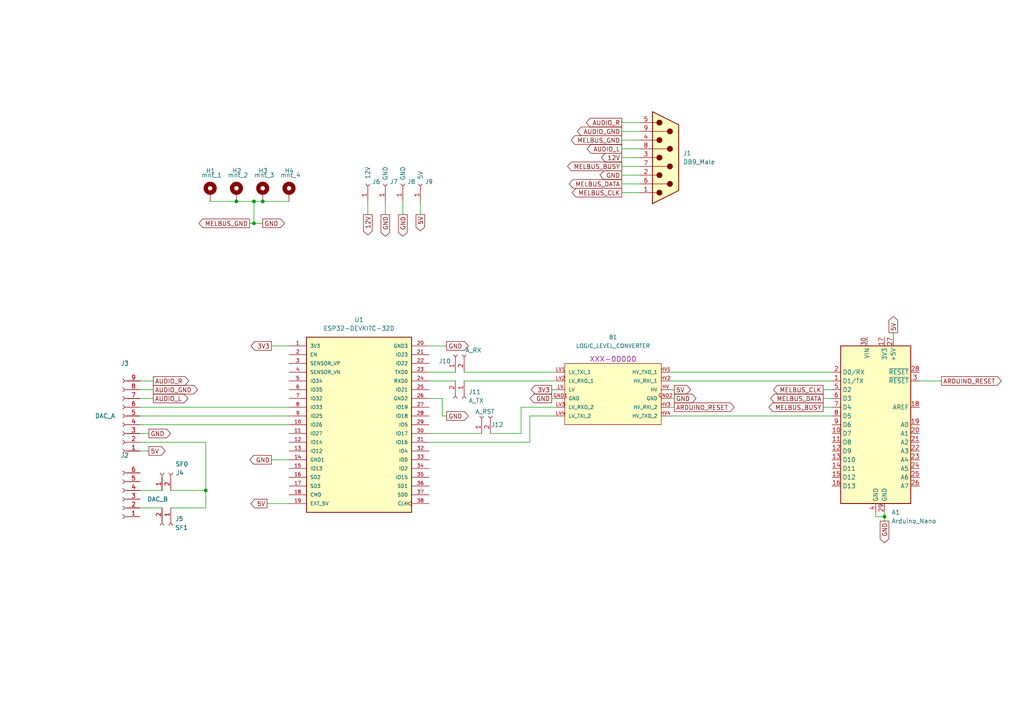
<source format=kicad_sch>
(kicad_sch (version 20211123) (generator eeschema)
  (paper "A4")
  (title_block (title "Prototype Volvo MELBUS compatible bluetooth receiver"))
  (lib_symbols
    (symbol "Connector:Conn_01x01_Female" (pin_names (offset 1.016) hide)
      (property "Reference" "J" (at 0 2.54 0))
      (property "Value" "Conn_01x01_Female" (at 0 -2.54 0))
      (symbol "Conn_01x01_Female_1_1"
        (polyline (pts (xy -1.27 0) (xy -0.508 0)) (stroke (width 0.1524)))
        (arc (start 0 0.508) (mid -0.508 0) (end 0 -0.508) (stroke (width 0.1524)))
        (pin passive line (at -5.08 0 0) (length 3.81) (name "Pin_1") (number "1"))
      )
    )
    (symbol "Connector:Conn_01x02_Female" (pin_names (offset 1.016) hide)
      (property "Reference" "J" (at 0 2.54 0))
      (property "Value" "Conn_01x02_Female" (at 0 -5.08 0))
      (symbol "Conn_01x02_Female_1_1"
        (arc (start 0 -2.032) (mid -0.508 -2.54) (end 0 -3.048) (stroke (width 0.1524)))
        (polyline (pts (xy -1.27 -2.54) (xy -0.508 -2.54)) (stroke (width 0.1524)))
        (polyline (pts (xy -1.27 0) (xy -0.508 0)) (stroke (width 0.1524)))
        (arc (start 0 0.508) (mid -0.508 0) (end 0 -0.508) (stroke (width 0.1524)))
        (pin passive line (at -5.08 0 0) (length 3.81) (name "Pin_1") (number "1"))
        (pin passive line (at -5.08 -2.54 0) (length 3.81) (name "Pin_2") (number "2"))
      )
    )
    (symbol "Connector:Conn_01x06_Female" (pin_names (offset 1.016) hide)
      (property "Reference" "J" (at 0 7.62 0))
      (property "Value" "Conn_01x06_Female" (at 0 -10.16 0))
      (symbol "Conn_01x06_Female_1_1"
        (arc (start 0 -7.112) (mid -0.508 -7.62) (end 0 -8.128) (stroke (width 0.1524)))
        (arc (start 0 -4.572) (mid -0.508 -5.08) (end 0 -5.588) (stroke (width 0.1524)))
        (arc (start 0 -2.032) (mid -0.508 -2.54) (end 0 -3.048) (stroke (width 0.1524)))
        (polyline (pts (xy -1.27 -7.62) (xy -0.508 -7.62)) (stroke (width 0.1524)))
        (polyline (pts (xy -1.27 -5.08) (xy -0.508 -5.08)) (stroke (width 0.1524)))
        (polyline (pts (xy -1.27 -2.54) (xy -0.508 -2.54)) (stroke (width 0.1524)))
        (polyline (pts (xy -1.27 0) (xy -0.508 0)) (stroke (width 0.1524)))
        (polyline (pts (xy -1.27 2.54) (xy -0.508 2.54)) (stroke (width 0.1524)))
        (polyline (pts (xy -1.27 5.08) (xy -0.508 5.08)) (stroke (width 0.1524)))
        (arc (start 0 0.508) (mid -0.508 0) (end 0 -0.508) (stroke (width 0.1524)))
        (arc (start 0 3.048) (mid -0.508 2.54) (end 0 2.032) (stroke (width 0.1524)))
        (arc (start 0 5.588) (mid -0.508 5.08) (end 0 4.572) (stroke (width 0.1524)))
        (pin passive line (at -5.08 5.08 0) (length 3.81) (name "Pin_1") (number "1"))
        (pin passive line (at -5.08 2.54 0) (length 3.81) (name "Pin_2") (number "2"))
        (pin passive line (at -5.08 0 0) (length 3.81) (name "Pin_3") (number "3"))
        (pin passive line (at -5.08 -2.54 0) (length 3.81) (name "Pin_4") (number "4"))
        (pin passive line (at -5.08 -5.08 0) (length 3.81) (name "Pin_5") (number "5"))
        (pin passive line (at -5.08 -7.62 0) (length 3.81) (name "Pin_6") (number "6"))
      )
    )
    (symbol "Connector:Conn_01x09_Female" (pin_names (offset 1.016) hide)
      (property "Reference" "J" (at 0 12.7 0))
      (property "Value" "Conn_01x09_Female" (at 0 -12.7 0))
      (symbol "Conn_01x09_Female_1_1"
        (arc (start 0 -9.652) (mid -0.508 -10.16) (end 0 -10.668) (stroke (width 0.1524)))
        (arc (start 0 -7.112) (mid -0.508 -7.62) (end 0 -8.128) (stroke (width 0.1524)))
        (arc (start 0 -4.572) (mid -0.508 -5.08) (end 0 -5.588) (stroke (width 0.1524)))
        (arc (start 0 -2.032) (mid -0.508 -2.54) (end 0 -3.048) (stroke (width 0.1524)))
        (polyline (pts (xy -1.27 -10.16) (xy -0.508 -10.16)) (stroke (width 0.1524)))
        (polyline (pts (xy -1.27 -7.62) (xy -0.508 -7.62)) (stroke (width 0.1524)))
        (polyline (pts (xy -1.27 -5.08) (xy -0.508 -5.08)) (stroke (width 0.1524)))
        (polyline (pts (xy -1.27 -2.54) (xy -0.508 -2.54)) (stroke (width 0.1524)))
        (polyline (pts (xy -1.27 0) (xy -0.508 0)) (stroke (width 0.1524)))
        (polyline (pts (xy -1.27 2.54) (xy -0.508 2.54)) (stroke (width 0.1524)))
        (polyline (pts (xy -1.27 5.08) (xy -0.508 5.08)) (stroke (width 0.1524)))
        (polyline (pts (xy -1.27 7.62) (xy -0.508 7.62)) (stroke (width 0.1524)))
        (polyline (pts (xy -1.27 10.16) (xy -0.508 10.16)) (stroke (width 0.1524)))
        (arc (start 0 0.508) (mid -0.508 0) (end 0 -0.508) (stroke (width 0.1524)))
        (arc (start 0 3.048) (mid -0.508 2.54) (end 0 2.032) (stroke (width 0.1524)))
        (arc (start 0 5.588) (mid -0.508 5.08) (end 0 4.572) (stroke (width 0.1524)))
        (arc (start 0 8.128) (mid -0.508 7.62) (end 0 7.112) (stroke (width 0.1524)))
        (arc (start 0 10.668) (mid -0.508 10.16) (end 0 9.652) (stroke (width 0.1524)))
        (pin passive line (at -5.08 10.16 0) (length 3.81) (name "Pin_1") (number "1"))
        (pin passive line (at -5.08 7.62 0) (length 3.81) (name "Pin_2") (number "2"))
        (pin passive line (at -5.08 5.08 0) (length 3.81) (name "Pin_3") (number "3"))
        (pin passive line (at -5.08 2.54 0) (length 3.81) (name "Pin_4") (number "4"))
        (pin passive line (at -5.08 0 0) (length 3.81) (name "Pin_5") (number "5"))
        (pin passive line (at -5.08 -2.54 0) (length 3.81) (name "Pin_6") (number "6"))
        (pin passive line (at -5.08 -5.08 0) (length 3.81) (name "Pin_7") (number "7"))
        (pin passive line (at -5.08 -7.62 0) (length 3.81) (name "Pin_8") (number "8"))
        (pin passive line (at -5.08 -10.16 0) (length 3.81) (name "Pin_9") (number "9"))
      )
    )
    (symbol "Connector:DB9_Male" (pin_names (offset 1.016) hide)
      (property "Reference" "J" (at 0 13.97 0))
      (property "Value" "DB9_Male" (at 0 -14.605 0))
      (symbol "DB9_Male_0_1"
        (circle (center -1.778 -10.16) (radius 0.762) (fill (type outline)))
        (circle (center -1.778 -5.08) (radius 0.762) (fill (type outline)))
        (circle (center -1.778 0) (radius 0.762) (fill (type outline)))
        (circle (center -1.778 5.08) (radius 0.762) (fill (type outline)))
        (circle (center -1.778 10.16) (radius 0.762) (fill (type outline)))
        (polyline (pts (xy -3.81 -10.16) (xy -2.54 -10.16)))
        (polyline (pts (xy -3.81 -7.62) (xy 0.508 -7.62)))
        (polyline (pts (xy -3.81 -5.08) (xy -2.54 -5.08)))
        (polyline (pts (xy -3.81 -2.54) (xy 0.508 -2.54)))
        (polyline (pts (xy -3.81 0) (xy -2.54 0)))
        (polyline (pts (xy -3.81 2.54) (xy 0.508 2.54)))
        (polyline (pts (xy -3.81 5.08) (xy -2.54 5.08)))
        (polyline (pts (xy -3.81 7.62) (xy 0.508 7.62)))
        (polyline (pts (xy -3.81 10.16) (xy -2.54 10.16)))
        (polyline (pts (xy -3.81 -13.335) (xy -3.81 13.335) (xy 3.81 9.525) (xy 3.81 -9.525) (xy -3.81 -13.335)) (stroke (width 0.254)) (fill (type background)))
        (circle (center 1.27 -7.62) (radius 0.762) (fill (type outline)))
        (circle (center 1.27 -2.54) (radius 0.762) (fill (type outline)))
        (circle (center 1.27 2.54) (radius 0.762) (fill (type outline)))
        (circle (center 1.27 7.62) (radius 0.762) (fill (type outline)))
      )
      (symbol "DB9_Male_1_1"
        (pin passive line (at -7.62 -10.16 0) (length 3.81) (name "1") (number "1"))
        (pin passive line (at -7.62 -5.08 0) (length 3.81) (name "2") (number "2"))
        (pin passive line (at -7.62 0 0) (length 3.81) (name "3") (number "3"))
        (pin passive line (at -7.62 5.08 0) (length 3.81) (name "4") (number "4"))
        (pin passive line (at -7.62 10.16 0) (length 3.81) (name "5") (number "5"))
        (pin passive line (at -7.62 -7.62 0) (length 3.81) (name "6") (number "6"))
        (pin passive line (at -7.62 -2.54 0) (length 3.81) (name "7") (number "7"))
        (pin passive line (at -7.62 2.54 0) (length 3.81) (name "8") (number "8"))
        (pin passive line (at -7.62 7.62 0) (length 3.81) (name "9") (number "9"))
      )
    )
    (symbol "ESP32-DEVKITC-32D:ESP32-DEVKITC-32D" (pin_names (offset 1.016))
      (property "Reference" "U" (at -15.2654 26.0604 0))
      (property "Value" "ESP32-DEVKITC-32D" (at -15.2654 -27.9654 0))
      (symbol "ESP32-DEVKITC-32D_0_0"
        (rectangle (start -15.24 -25.4) (end 15.24 25.4) (stroke (width 0.254)) (fill (type background)))
        (pin power_in line (at -20.32 22.86 0) (length 5.08) (name "3V3") (number "1"))
        (pin bidirectional line (at -20.32 0 0) (length 5.08) (name "IO26") (number "10"))
        (pin bidirectional line (at -20.32 -2.54 0) (length 5.08) (name "IO27") (number "11"))
        (pin bidirectional line (at -20.32 -5.08 0) (length 5.08) (name "IO14") (number "12"))
        (pin bidirectional line (at -20.32 -7.62 0) (length 5.08) (name "IO12") (number "13"))
        (pin power_in line (at -20.32 -10.16 0) (length 5.08) (name "GND1") (number "14"))
        (pin bidirectional line (at -20.32 -12.7 0) (length 5.08) (name "IO13") (number "15"))
        (pin bidirectional line (at -20.32 -15.24 0) (length 5.08) (name "SD2") (number "16"))
        (pin bidirectional line (at -20.32 -17.78 0) (length 5.08) (name "SD3") (number "17"))
        (pin bidirectional line (at -20.32 -20.32 0) (length 5.08) (name "CMD") (number "18"))
        (pin power_in line (at -20.32 -22.86 0) (length 5.08) (name "EXT_5V") (number "19"))
        (pin input line (at -20.32 20.32 0) (length 5.08) (name "EN") (number "2"))
        (pin power_in line (at 20.32 22.86 180) (length 5.08) (name "GND3") (number "20"))
        (pin bidirectional line (at 20.32 20.32 180) (length 5.08) (name "IO23") (number "21"))
        (pin bidirectional line (at 20.32 17.78 180) (length 5.08) (name "IO22") (number "22"))
        (pin output line (at 20.32 15.24 180) (length 5.08) (name "TXD0") (number "23"))
        (pin input line (at 20.32 12.7 180) (length 5.08) (name "RXD0") (number "24"))
        (pin bidirectional line (at 20.32 10.16 180) (length 5.08) (name "IO21") (number "25"))
        (pin power_in line (at 20.32 7.62 180) (length 5.08) (name "GND2") (number "26"))
        (pin bidirectional line (at 20.32 5.08 180) (length 5.08) (name "IO19") (number "27"))
        (pin bidirectional line (at 20.32 2.54 180) (length 5.08) (name "IO18") (number "28"))
        (pin bidirectional line (at 20.32 0 180) (length 5.08) (name "IO5") (number "29"))
        (pin input line (at -20.32 17.78 0) (length 5.08) (name "SENSOR_VP") (number "3"))
        (pin bidirectional line (at 20.32 -2.54 180) (length 5.08) (name "IO17") (number "30"))
        (pin bidirectional line (at 20.32 -5.08 180) (length 5.08) (name "IO16") (number "31"))
        (pin bidirectional line (at 20.32 -7.62 180) (length 5.08) (name "IO4") (number "32"))
        (pin bidirectional line (at 20.32 -10.16 180) (length 5.08) (name "IO0") (number "33"))
        (pin bidirectional line (at 20.32 -12.7 180) (length 5.08) (name "IO2") (number "34"))
        (pin bidirectional line (at 20.32 -15.24 180) (length 5.08) (name "IO15") (number "35"))
        (pin bidirectional line (at 20.32 -17.78 180) (length 5.08) (name "SD1") (number "36"))
        (pin bidirectional line (at 20.32 -20.32 180) (length 5.08) (name "SD0") (number "37"))
        (pin input clock (at 20.32 -22.86 180) (length 5.08) (name "CLK") (number "38"))
        (pin input line (at -20.32 15.24 0) (length 5.08) (name "SENSOR_VN") (number "4"))
        (pin bidirectional line (at -20.32 12.7 0) (length 5.08) (name "IO34") (number "5"))
        (pin bidirectional line (at -20.32 10.16 0) (length 5.08) (name "IO35") (number "6"))
        (pin bidirectional line (at -20.32 7.62 0) (length 5.08) (name "IO32") (number "7"))
        (pin bidirectional line (at -20.32 5.08 0) (length 5.08) (name "IO33") (number "8"))
        (pin bidirectional line (at -20.32 2.54 0) (length 5.08) (name "IO25") (number "9"))
      )
    )
    (symbol "MCU_Module:Arduino_Nano_v3.x"
      (property "Reference" "A" (at -10.16 23.495 0))
      (property "Value" "Arduino_Nano_v3.x" (at 5.08 -24.13 0))
      (symbol "Arduino_Nano_v3.x_0_1"
        (rectangle (start -10.16 22.86) (end 10.16 -22.86) (stroke (width 0.254)) (fill (type background)))
      )
      (symbol "Arduino_Nano_v3.x_1_1"
        (pin bidirectional line (at -12.7 12.7 0) (length 2.54) (name "D1/TX") (number "1"))
        (pin bidirectional line (at -12.7 -2.54 0) (length 2.54) (name "D7") (number "10"))
        (pin bidirectional line (at -12.7 -5.08 0) (length 2.54) (name "D8") (number "11"))
        (pin bidirectional line (at -12.7 -7.62 0) (length 2.54) (name "D9") (number "12"))
        (pin bidirectional line (at -12.7 -10.16 0) (length 2.54) (name "D10") (number "13"))
        (pin bidirectional line (at -12.7 -12.7 0) (length 2.54) (name "D11") (number "14"))
        (pin bidirectional line (at -12.7 -15.24 0) (length 2.54) (name "D12") (number "15"))
        (pin bidirectional line (at -12.7 -17.78 0) (length 2.54) (name "D13") (number "16"))
        (pin power_out line (at 2.54 25.4 270) (length 2.54) (name "3V3") (number "17"))
        (pin input line (at 12.7 5.08 180) (length 2.54) (name "AREF") (number "18"))
        (pin bidirectional line (at 12.7 0 180) (length 2.54) (name "A0") (number "19"))
        (pin bidirectional line (at -12.7 15.24 0) (length 2.54) (name "D0/RX") (number "2"))
        (pin bidirectional line (at 12.7 -2.54 180) (length 2.54) (name "A1") (number "20"))
        (pin bidirectional line (at 12.7 -5.08 180) (length 2.54) (name "A2") (number "21"))
        (pin bidirectional line (at 12.7 -7.62 180) (length 2.54) (name "A3") (number "22"))
        (pin bidirectional line (at 12.7 -10.16 180) (length 2.54) (name "A4") (number "23"))
        (pin bidirectional line (at 12.7 -12.7 180) (length 2.54) (name "A5") (number "24"))
        (pin bidirectional line (at 12.7 -15.24 180) (length 2.54) (name "A6") (number "25"))
        (pin bidirectional line (at 12.7 -17.78 180) (length 2.54) (name "A7") (number "26"))
        (pin power_out line (at 5.08 25.4 270) (length 2.54) (name "+5V") (number "27"))
        (pin input line (at 12.7 15.24 180) (length 2.54) (name "~{RESET}") (number "28"))
        (pin power_in line (at 2.54 -25.4 90) (length 2.54) (name "GND") (number "29"))
        (pin input line (at 12.7 12.7 180) (length 2.54) (name "~{RESET}") (number "3"))
        (pin power_in line (at -2.54 25.4 270) (length 2.54) (name "VIN") (number "30"))
        (pin power_in line (at 0 -25.4 90) (length 2.54) (name "GND") (number "4"))
        (pin bidirectional line (at -12.7 10.16 0) (length 2.54) (name "D2") (number "5"))
        (pin bidirectional line (at -12.7 7.62 0) (length 2.54) (name "D3") (number "6"))
        (pin bidirectional line (at -12.7 5.08 0) (length 2.54) (name "D4") (number "7"))
        (pin bidirectional line (at -12.7 2.54 0) (length 2.54) (name "D5") (number "8"))
        (pin bidirectional line (at -12.7 0 0) (length 2.54) (name "D6") (number "9"))
      )
    )
    (symbol "Mechanical:MountingHole_Pad" (pin_numbers hide) (pin_names (offset 1.016) hide)
      (property "Reference" "H" (at 0 6.35 0))
      (property "Value" "MountingHole_Pad" (at 0 4.445 0))
      (symbol "MountingHole_Pad_0_1"
        (circle (center 0 1.27) (radius 1.27) (stroke (width 1.27)))
      )
      (symbol "MountingHole_Pad_1_1"
        (pin input line (at 0 -2.54 90) (length 2.54) (name "1") (number "1"))
      )
    )
    (symbol "SparkFun-Boards:SPARKFUN_LOGIC_LEVEL_CONVERTER" (pin_names (offset 1.016))
      (property "Reference" "B" (at -13.97 11.43 0))
      (property "Value" "SPARKFUN_LOGIC_LEVEL_CONVERTER" (at -13.97 -10.16 0))
      (property "Field4" "XXX-00000" (at 0 12.7 0))
      (symbol "SPARKFUN_LOGIC_LEVEL_CONVERTER_1_1"
        (polyline (pts (xy -13.97 -7.62) (xy -13.97 10.16) (xy 13.97 10.16) (xy 13.97 -7.62) (xy -13.97 -7.62)) (fill (type background)))
        (pin power_in line (at -16.51 0 0) (length 2.54) (name "GND") (number "GND1"))
        (pin power_in line (at 16.51 0 180) (length 2.54) (name "GND") (number "GND2"))
        (pin power_in line (at 16.51 2.54 180) (length 2.54) (name "HV") (number "HV"))
        (pin bidirectional line (at 16.51 7.62 180) (length 2.54) (name "HV_TXO_1") (number "HV1"))
        (pin bidirectional line (at 16.51 5.08 180) (length 2.54) (name "HV_RXI_1") (number "HV2"))
        (pin bidirectional line (at 16.51 -2.54 180) (length 2.54) (name "HV_RXI_2") (number "HV3"))
        (pin bidirectional line (at 16.51 -5.08 180) (length 2.54) (name "HV_TXO_2") (number "HV4"))
        (pin power_in line (at -16.51 2.54 0) (length 2.54) (name "LV") (number "LV"))
        (pin bidirectional line (at -16.51 7.62 0) (length 2.54) (name "LV_TXI_1") (number "LV1"))
        (pin bidirectional line (at -16.51 5.08 0) (length 2.54) (name "LV_RXO_1") (number "LV2"))
        (pin bidirectional line (at -16.51 -2.54 0) (length 2.54) (name "LV_RXO_2") (number "LV3"))
        (pin bidirectional line (at -16.51 -5.08 0) (length 2.54) (name "LV_TXI_2") (number "LV4"))
      )
    )
  )
  (junction (at 73.66 64.77))
  (junction (at 256.54 149.86))
  (junction (at 59.69 142.24))
  (junction (at 68.58 58.42))
  (junction (at 73.66 58.42))
  (junction (at 76.2 58.42))
  (wire (pts (xy 194.31 113.03) (xy 195.58 113.03)))
  (wire (pts (xy 153.67 120.65) (xy 161.29 120.65)))
  (wire (pts (xy 180.34 38.1) (xy 185.42 38.1)))
  (wire (pts (xy 111.76 58.42) (xy 111.76 62.23)))
  (wire (pts (xy 180.34 50.8) (xy 185.42 50.8)))
  (wire (pts (xy 134.62 110.49) (xy 161.29 110.49)))
  (wire (pts (xy 59.69 128.27) (xy 40.64 128.27)))
  (wire (pts (xy 180.34 53.34) (xy 185.42 53.34)))
  (wire (pts (xy 238.76 113.03) (xy 241.3 113.03)))
  (wire (pts (xy 124.46 125.73) (xy 139.7 125.73)))
  (wire (pts (xy 60.96 58.42) (xy 68.58 58.42)))
  (wire (pts (xy 180.34 43.18) (xy 185.42 43.18)))
  (wire (pts (xy 180.34 55.88) (xy 185.42 55.88)))
  (wire (pts (xy 254 149.86) (xy 254 148.59)))
  (wire (pts (xy 40.64 110.49) (xy 44.45 110.49)))
  (wire (pts (xy 194.31 120.65) (xy 241.3 120.65)))
  (wire (pts (xy 106.68 58.42) (xy 106.68 62.23)))
  (wire (pts (xy 73.66 58.42) (xy 73.66 64.77)))
  (wire (pts (xy 256.54 148.59) (xy 256.54 149.86)))
  (wire (pts (xy 40.64 118.11) (xy 83.82 118.11)))
  (wire (pts (xy 59.69 142.24) (xy 59.69 128.27)))
  (wire (pts (xy 40.64 142.24) (xy 46.99 142.24)))
  (wire (pts (xy 73.66 58.42) (xy 76.2 58.42)))
  (wire (pts (xy 194.31 107.95) (xy 241.3 107.95)))
  (wire (pts (xy 73.66 64.77) (xy 76.2 64.77)))
  (wire (pts (xy 77.47 146.05) (xy 83.82 146.05)))
  (wire (pts (xy 40.64 113.03) (xy 44.45 113.03)))
  (wire (pts (xy 128.27 120.65) (xy 128.27 115.57)))
  (wire (pts (xy 76.2 58.42) (xy 83.82 58.42)))
  (wire (pts (xy 180.34 45.72) (xy 185.42 45.72)))
  (wire (pts (xy 40.64 130.81) (xy 43.18 130.81)))
  (wire (pts (xy 49.53 147.32) (xy 59.69 147.32)))
  (wire (pts (xy 160.02 115.57) (xy 161.29 115.57)))
  (wire (pts (xy 124.46 107.95) (xy 132.08 107.95)))
  (wire (pts (xy 128.27 115.57) (xy 124.46 115.57)))
  (wire (pts (xy 256.54 149.86) (xy 256.54 151.13)))
  (wire (pts (xy 238.76 118.11) (xy 241.3 118.11)))
  (wire (pts (xy 68.58 58.42) (xy 73.66 58.42)))
  (wire (pts (xy 256.54 149.86) (xy 254 149.86)))
  (wire (pts (xy 180.34 35.56) (xy 185.42 35.56)))
  (wire (pts (xy 238.76 115.57) (xy 241.3 115.57)))
  (wire (pts (xy 78.74 133.35) (xy 83.82 133.35)))
  (wire (pts (xy 142.24 125.73) (xy 151.13 125.73)))
  (wire (pts (xy 40.64 125.73) (xy 43.18 125.73)))
  (wire (pts (xy 40.64 123.19) (xy 83.82 123.19)))
  (wire (pts (xy 59.69 147.32) (xy 59.69 142.24)))
  (wire (pts (xy 134.62 107.95) (xy 161.29 107.95)))
  (wire (pts (xy 78.74 100.33) (xy 83.82 100.33)))
  (wire (pts (xy 180.34 48.26) (xy 185.42 48.26)))
  (wire (pts (xy 116.84 58.42) (xy 116.84 62.23)))
  (wire (pts (xy 49.53 142.24) (xy 59.69 142.24)))
  (wire (pts (xy 40.64 147.32) (xy 46.99 147.32)))
  (wire (pts (xy 124.46 128.27) (xy 153.67 128.27)))
  (wire (pts (xy 121.92 58.42) (xy 121.92 62.23)))
  (wire (pts (xy 160.02 113.03) (xy 161.29 113.03)))
  (wire (pts (xy 129.54 120.65) (xy 128.27 120.65)))
  (wire (pts (xy 72.39 64.77) (xy 73.66 64.77)))
  (wire (pts (xy 151.13 125.73) (xy 151.13 118.11)))
  (wire (pts (xy 259.08 96.52) (xy 259.08 97.79)))
  (wire (pts (xy 40.64 120.65) (xy 83.82 120.65)))
  (wire (pts (xy 124.46 100.33) (xy 129.54 100.33)))
  (wire (pts (xy 153.67 128.27) (xy 153.67 120.65)))
  (wire (pts (xy 194.31 118.11) (xy 195.58 118.11)))
  (wire (pts (xy 180.34 40.64) (xy 185.42 40.64)))
  (wire (pts (xy 194.31 115.57) (xy 195.58 115.57)))
  (wire (pts (xy 266.7 110.49) (xy 273.05 110.49)))
  (wire (pts (xy 124.46 110.49) (xy 132.08 110.49)))
  (wire (pts (xy 194.31 110.49) (xy 241.3 110.49)))
  (wire (pts (xy 40.64 115.57) (xy 44.45 115.57)))
  (wire (pts (xy 151.13 118.11) (xy 161.29 118.11)))
  (global_label "3V3" (shape output) (at 160.02 113.03 180) (property "Intersheet References" "${INTERSHEET_REFS}" (effects hide)))
  (global_label "GND" (shape output) (at 180.34 50.8 180) (property "Intersheet References" "${INTERSHEET_REFS}" (effects hide)))
  (global_label "ARDUINO_RESET" (shape output) (at 195.58 118.11 0) (property "Intersheet References" "${INTERSHEET_REFS}" (effects hide)))
  (global_label "AUDIO_L" (shape output) (at 44.45 115.57 0) (property "Intersheet References" "${INTERSHEET_REFS}" (effects hide)))
  (global_label "GND" (shape output) (at 111.76 62.23 270) (property "Intersheet References" "${INTERSHEET_REFS}" (effects hide)))
  (global_label "GND" (shape output) (at 256.54 151.13 270) (property "Intersheet References" "${INTERSHEET_REFS}" (effects hide)))
  (global_label "GND" (shape output) (at 160.02 115.57 180) (property "Intersheet References" "${INTERSHEET_REFS}" (effects hide)))
  (global_label "3V3" (shape output) (at 78.74 100.33 180) (property "Intersheet References" "${INTERSHEET_REFS}" (effects hide)))
  (global_label "MELBUS_GND" (shape output) (at 180.34 40.64 180) (property "Intersheet References" "${INTERSHEET_REFS}" (effects hide)))
  (global_label "AUDIO_R" (shape output) (at 44.45 110.49 0) (property "Intersheet References" "${INTERSHEET_REFS}" (effects hide)))
  (global_label "MELBUS_BUSY" (shape output) (at 180.34 48.26 180) (property "Intersheet References" "${INTERSHEET_REFS}" (effects hide)))
  (global_label "GND" (shape output) (at 116.84 62.23 270) (property "Intersheet References" "${INTERSHEET_REFS}" (effects hide)))
  (global_label "GND" (shape output) (at 76.2 64.77 0) (property "Intersheet References" "${INTERSHEET_REFS}" (effects hide)))
  (global_label "MELBUS_BUSY" (shape output) (at 238.76 118.11 180) (property "Intersheet References" "${INTERSHEET_REFS}" (effects hide)))
  (global_label "GND" (shape output) (at 195.58 115.57 0) (property "Intersheet References" "${INTERSHEET_REFS}" (effects hide)))
  (global_label "MELBUS_GND" (shape output) (at 72.39 64.77 180) (property "Intersheet References" "${INTERSHEET_REFS}" (effects hide)))
  (global_label "AUDIO_GND" (shape output) (at 180.34 38.1 180) (property "Intersheet References" "${INTERSHEET_REFS}" (effects hide)))
  (global_label "12V" (shape output) (at 106.68 62.23 270) (property "Intersheet References" "${INTERSHEET_REFS}" (effects hide)))
  (global_label "5V" (shape output) (at 195.58 113.03 0) (property "Intersheet References" "${INTERSHEET_REFS}" (effects hide)))
  (global_label "5V" (shape output) (at 121.92 62.23 270) (property "Intersheet References" "${INTERSHEET_REFS}" (effects hide)))
  (global_label "GND" (shape output) (at 43.18 125.73 0) (property "Intersheet References" "${INTERSHEET_REFS}" (effects hide)))
  (global_label "AUDIO_L" (shape output) (at 180.34 43.18 180) (property "Intersheet References" "${INTERSHEET_REFS}" (effects hide)))
  (global_label "MELBUS_DATA" (shape output) (at 238.76 115.57 180) (property "Intersheet References" "${INTERSHEET_REFS}" (effects hide)))
  (global_label "MELBUS_CLK" (shape output) (at 238.76 113.03 180) (property "Intersheet References" "${INTERSHEET_REFS}" (effects hide)))
  (global_label "GND" (shape output) (at 78.74 133.35 180) (property "Intersheet References" "${INTERSHEET_REFS}" (effects hide)))
  (global_label "AUDIO_GND" (shape output) (at 44.45 113.03 0) (property "Intersheet References" "${INTERSHEET_REFS}" (effects hide)))
  (global_label "MELBUS_DATA" (shape output) (at 180.34 53.34 180) (property "Intersheet References" "${INTERSHEET_REFS}" (effects hide)))
  (global_label "MELBUS_CLK" (shape output) (at 180.34 55.88 180) (property "Intersheet References" "${INTERSHEET_REFS}" (effects hide)))
  (global_label "12V" (shape output) (at 180.34 45.72 180) (property "Intersheet References" "${INTERSHEET_REFS}" (effects hide)))
  (global_label "ARDUINO_RESET" (shape output) (at 273.05 110.49 0) (property "Intersheet References" "${INTERSHEET_REFS}" (effects hide)))
  (global_label "GND" (shape output) (at 129.54 120.65 0) (property "Intersheet References" "${INTERSHEET_REFS}" (effects hide)))
  (global_label "AUDIO_R" (shape output) (at 180.34 35.56 180) (property "Intersheet References" "${INTERSHEET_REFS}" (effects hide)))
  (global_label "5V" (shape output) (at 43.18 130.81 0) (property "Intersheet References" "${INTERSHEET_REFS}" (effects hide)))
  (global_label "5V" (shape output) (at 77.47 146.05 180) (property "Intersheet References" "${INTERSHEET_REFS}" (effects hide)))
  (global_label "5V" (shape output) (at 259.08 96.52 90) (property "Intersheet References" "${INTERSHEET_REFS}" (effects hide)))
  (global_label "GND" (shape output) (at 129.54 100.33 0) (property "Intersheet References" "${INTERSHEET_REFS}" (effects hide)))
  (symbol (lib_id "Mechanical:MountingHole_Pad") (at 83.82 55.88 0) (unit 1)
    (property "Reference" "H4" (at 82.55 49.53 0) (effects (justify left)))
    (property "Value" "mnt_4" (at 81.28 50.8 0) (effects (justify left)))
    (property "Footprint" "MountingHole:MountingHole_2.5mm_Pad" (effects hide))
  )
  (symbol (lib_id "Mechanical:MountingHole_Pad") (at 60.96 55.88 0) (unit 1)
    (property "Reference" "H1" (at 59.69 49.53 0) (effects (justify left)))
    (property "Value" "mnt_1" (at 58.42 50.8 0) (effects (justify left)))
    (property "Footprint" "MountingHole:MountingHole_2.5mm_Pad" (effects hide))
  )
  (symbol (lib_id "Mechanical:MountingHole_Pad") (at 68.58 55.88 0) (unit 1)
    (property "Reference" "H2" (at 67.31 49.53 0) (effects (justify left)))
    (property "Value" "mnt_2" (at 66.04 50.8 0) (effects (justify left)))
    (property "Footprint" "MountingHole:MountingHole_2.5mm_Pad" (effects hide))
  )
  (symbol (lib_id "Connector:Conn_01x09_Female") (at 35.56 120.65 180) (unit 1)
    (property "Reference" "J3" (at 36.195 105.41 0))
    (property "Value" "DAC_A" (at 30.48 120.65 0))
    (property "Footprint" "Connector_PinSocket_2.54mm:PinSocket_1x09_P2.54mm_Vertical" (effects hide))
  )
  (symbol (lib_id "Connector:Conn_01x01_Female") (at 121.92 53.34 90) (unit 1)
    (property "Reference" "J9" (at 123.19 52.7049 90) (effects (justify right)))
    (property "Value" "5V" (at 121.92 49.53 0) (effects (justify right)))
    (property "Footprint" "Connector_PinSocket_2.54mm:PinSocket_1x01_P2.54mm_Vertical" (effects hide))
  )
  (symbol (lib_id "Connector:Conn_01x02_Female") (at 134.62 115.57 270) (unit 1)
    (property "Reference" "J11" (at 135.89 113.6649 90) (effects (justify left)))
    (property "Value" "A_TX" (at 135.89 116.2049 90) (effects (justify left)))
    (property "Footprint" "Connectors:1X02_NO_SILK" (effects hide))
  )
  (symbol (lib_id "Connector:Conn_01x02_Female") (at 132.08 102.87 90) (unit 1)
    (property "Reference" "J10" (at 130.81 104.7751 90) (effects (justify left)))
    (property "Value" "A_RX" (at 139.7 101.6 90) (effects (justify left)))
    (property "Footprint" "Connectors:1X02_NO_SILK" (effects hide))
  )
  (symbol (lib_id "Connector:Conn_01x06_Female") (at 35.56 144.78 180) (unit 1)
    (property "Reference" "J2" (at 36.195 132.08 0))
    (property "Value" "DAC_B" (at 45.72 144.78 0))
    (property "Footprint" "Connector_PinSocket_2.54mm:PinSocket_1x06_P2.54mm_Vertical" (effects hide))
  )
  (symbol (lib_id "MCU_Module:Arduino_Nano_v3.x") (at 254 123.19 0) (unit 1)
    (property "Reference" "A1" (at 258.5594 148.59 0) (effects (justify left)))
    (property "Value" "Arduino_Nano" (at 258.5594 151.13 0) (effects (justify left)))
    (property "Footprint" "Module:Arduino_Nano" (effects hide))
    (property "Datasheet" "http://www.mouser.com/pdfdocs/Gravitech_Arduino_Nano3_0.pdf" (effects hide))
  )
  (symbol (lib_id "Mechanical:MountingHole_Pad") (at 76.2 55.88 0) (unit 1)
    (property "Reference" "H3" (at 74.93 49.53 0) (effects (justify left)))
    (property "Value" "mnt_3" (at 73.66 50.8 0) (effects (justify left)))
    (property "Footprint" "MountingHole:MountingHole_2.5mm_Pad" (effects hide))
  )
  (symbol (lib_id "Connector:Conn_01x02_Female") (at 46.99 137.16 90) (unit 1)
    (property "Reference" "J4" (at 53.34 137.16 90) (effects (justify left)))
    (property "Value" "SF0" (at 54.61 134.62 90) (effects (justify left)))
    (property "Footprint" "Connectors:1X02_NO_SILK" (effects hide))
  )
  (symbol (lib_id "SparkFun-Boards:SPARKFUN_LOGIC_LEVEL_CONVERTER") (at 177.8 115.57 0) (unit 1)
    (property "Reference" "B1" (at 177.8 97.79 0) (effects (font (size 1.143 1.143))))
    (property "Value" "LOGIC_LEVEL_CONVERTER" (at 177.8 100.33 0) (effects (font (size 1.143 1.143))))
    (property "Footprint" "Boards:SPARKFUN_LOGIC_LEVEL_CONVERTER" (effects hide))
    (property "Field4" "XXX-00000" (at 177.8 104.14 0) (effects (font (size 1.524 1.524))))
  )
  (symbol (lib_id "Connector:Conn_01x01_Female") (at 116.84 53.34 90) (unit 1)
    (property "Reference" "J8" (at 118.11 52.7049 90) (effects (justify right)))
    (property "Value" "GND" (at 116.84 48.26 0) (effects (justify right)))
    (property "Footprint" "Connector_PinSocket_2.54mm:PinSocket_1x01_P2.54mm_Vertical" (effects hide))
  )
  (symbol (lib_id "ESP32-DEVKITC-32D:ESP32-DEVKITC-32D") (at 104.14 123.19 0) (unit 1)
    (property "Reference" "U1" (at 104.14 92.71 0))
    (property "Value" "ESP32-DEVKITC-32D" (at 104.14 95.25 0))
    (property "Footprint" "esp32:MODULE_ESP32-DEVKITC-32D" (effects hide))
    (property "MANUFACTURER" "Espressif Systems" (effects hide))
    (property "PARTREV" "4" (effects hide))
  )
  (symbol (lib_id "Connector:DB9_Male") (at 193.04 45.72 0) (unit 1)
    (property "Reference" "J1" (at 198.12 44.4499 0) (effects (justify left)))
    (property "Value" "DB9_Male" (at 198.12 46.9899 0) (effects (justify left)))
    (property "Footprint" "Connector_Dsub:DSUB-9_Male_Horizontal_P2.77x2.84mm_EdgePinOffset7.70mm_Housed_MountingHolesOffset9.12mm" (effects hide))
    (property "Datasheet" " ~" (effects hide))
  )
  (symbol (lib_id "Connector:Conn_01x02_Female") (at 49.53 152.4 270) (unit 1)
    (property "Reference" "J5" (at 50.8 150.4949 90) (effects (justify left)))
    (property "Value" "SF1" (at 50.8 153.0349 90) (effects (justify left)))
    (property "Footprint" "Connectors:1X02_NO_SILK" (effects hide))
  )
  (symbol (lib_id "Connector:Conn_01x01_Female") (at 111.76 53.34 90) (unit 1)
    (property "Reference" "J7" (at 113.03 52.7049 90) (effects (justify right)))
    (property "Value" "GND" (at 111.76 48.26 0) (effects (justify right)))
    (property "Footprint" "Connector_PinSocket_2.54mm:PinSocket_1x01_P2.54mm_Vertical" (effects hide))
  )
  (symbol (lib_id "Connector:Conn_01x02_Female") (at 139.7 120.65 90) (unit 1)
    (property "Reference" "J12" (at 146.05 123.19 90) (effects (justify left)))
    (property "Value" "A_RST" (at 143.51 119.38 90) (effects (justify left)))
    (property "Footprint" "Connectors:1X02_NO_SILK" (effects hide))
  )
  (symbol (lib_id "Connector:Conn_01x01_Female") (at 106.68 53.34 90) (unit 1)
    (property "Reference" "J6" (at 107.95 52.7049 90) (effects (justify right)))
    (property "Value" "12V" (at 106.68 48.26 0) (effects (justify right)))
    (property "Footprint" "Connector_PinSocket_2.54mm:PinSocket_1x01_P2.54mm_Vertical" (effects hide))
  )
)
</source>
